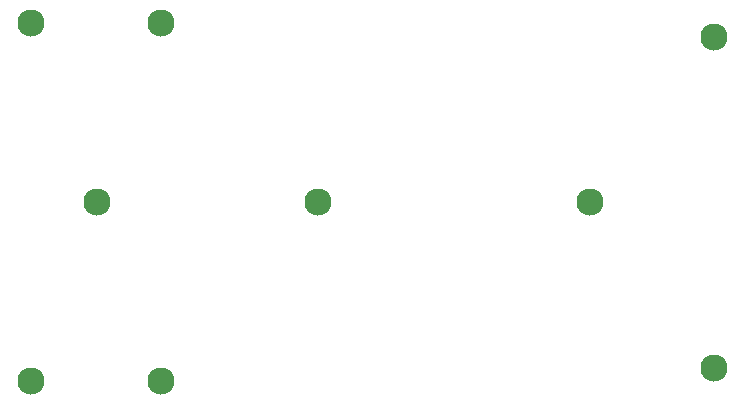
<source format=gbr>
%TF.GenerationSoftware,KiCad,Pcbnew,(6.0.11)*%
%TF.CreationDate,2023-08-07T18:16:36+02:00*%
%TF.ProjectId,CartHeaderBase,43617274-4865-4616-9465-72426173652e,rev?*%
%TF.SameCoordinates,Original*%
%TF.FileFunction,Copper,L2,Bot*%
%TF.FilePolarity,Positive*%
%FSLAX46Y46*%
G04 Gerber Fmt 4.6, Leading zero omitted, Abs format (unit mm)*
G04 Created by KiCad (PCBNEW (6.0.11)) date 2023-08-07 18:16:36*
%MOMM*%
%LPD*%
G01*
G04 APERTURE LIST*
%TA.AperFunction,WasherPad*%
%ADD10C,2.300000*%
%TD*%
G04 APERTURE END LIST*
D10*
%TO.P,MH3,*%
%TO.N,*%
X137528584Y-108079063D03*
%TD*%
%TO.P,MH4,*%
%TO.N,*%
X189761144Y-122112563D03*
%TD*%
%TO.P,MH1,*%
%TO.N,*%
X132008324Y-123207303D03*
%TD*%
%TO.P,MH7,*%
%TO.N,*%
X143017524Y-123189523D03*
%TD*%
%TO.P,MH2,*%
%TO.N,*%
X131999004Y-92907643D03*
%TD*%
%TO.P,MH5,*%
%TO.N,*%
X143017524Y-92907643D03*
%TD*%
%TO.P,MH6,*%
%TO.N,*%
X189761144Y-94058263D03*
%TD*%
%TO.P,,*%
%TO.N,*%
X179273200Y-108051600D03*
%TD*%
%TO.P,,*%
%TO.N,*%
X156260800Y-108051600D03*
%TD*%
M02*

</source>
